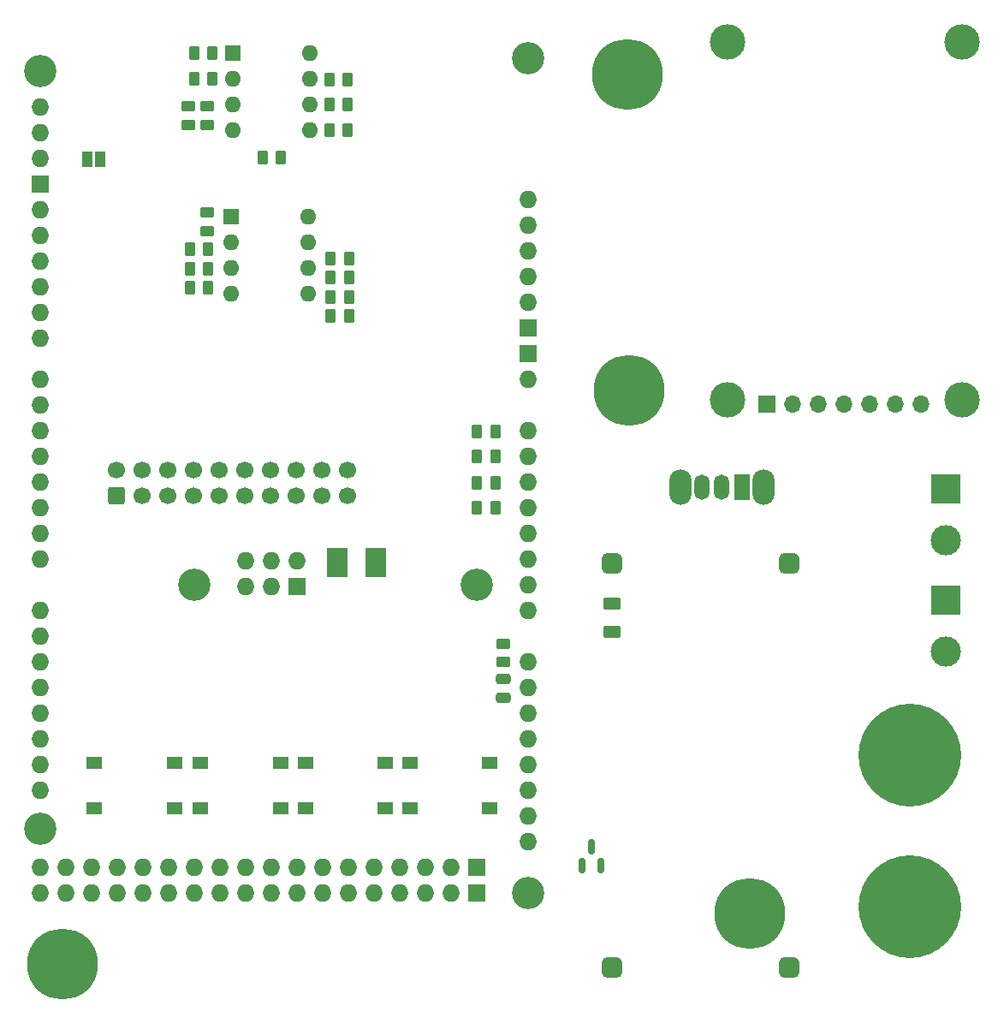
<source format=gts>
G04 #@! TF.GenerationSoftware,KiCad,Pcbnew,(7.0.0)*
G04 #@! TF.CreationDate,2023-05-12T10:49:53+02:00*
G04 #@! TF.ProjectId,BMS_Project,424d535f-5072-46f6-9a65-63742e6b6963,rev?*
G04 #@! TF.SameCoordinates,Original*
G04 #@! TF.FileFunction,Soldermask,Top*
G04 #@! TF.FilePolarity,Negative*
%FSLAX46Y46*%
G04 Gerber Fmt 4.6, Leading zero omitted, Abs format (unit mm)*
G04 Created by KiCad (PCBNEW (7.0.0)) date 2023-05-12 10:49:53*
%MOMM*%
%LPD*%
G01*
G04 APERTURE LIST*
G04 Aperture macros list*
%AMRoundRect*
0 Rectangle with rounded corners*
0 $1 Rounding radius*
0 $2 $3 $4 $5 $6 $7 $8 $9 X,Y pos of 4 corners*
0 Add a 4 corners polygon primitive as box body*
4,1,4,$2,$3,$4,$5,$6,$7,$8,$9,$2,$3,0*
0 Add four circle primitives for the rounded corners*
1,1,$1+$1,$2,$3*
1,1,$1+$1,$4,$5*
1,1,$1+$1,$6,$7*
1,1,$1+$1,$8,$9*
0 Add four rect primitives between the rounded corners*
20,1,$1+$1,$2,$3,$4,$5,0*
20,1,$1+$1,$4,$5,$6,$7,0*
20,1,$1+$1,$6,$7,$8,$9,0*
20,1,$1+$1,$8,$9,$2,$3,0*%
G04 Aperture macros list end*
%ADD10RoundRect,0.250000X-0.262500X-0.450000X0.262500X-0.450000X0.262500X0.450000X-0.262500X0.450000X0*%
%ADD11RoundRect,0.250000X0.262500X0.450000X-0.262500X0.450000X-0.262500X-0.450000X0.262500X-0.450000X0*%
%ADD12C,10.160000*%
%ADD13R,1.550000X1.300000*%
%ADD14C,7.000000*%
%ADD15R,3.000000X3.000000*%
%ADD16C,3.000000*%
%ADD17R,2.000000X3.000000*%
%ADD18RoundRect,0.500000X0.500000X-0.500000X0.500000X0.500000X-0.500000X0.500000X-0.500000X-0.500000X0*%
%ADD19RoundRect,0.250000X0.450000X-0.262500X0.450000X0.262500X-0.450000X0.262500X-0.450000X-0.262500X0*%
%ADD20RoundRect,0.250000X-0.450000X0.262500X-0.450000X-0.262500X0.450000X-0.262500X0.450000X0.262500X0*%
%ADD21R,1.000000X1.500000*%
%ADD22RoundRect,0.150000X0.150000X-0.587500X0.150000X0.587500X-0.150000X0.587500X-0.150000X-0.587500X0*%
%ADD23RoundRect,0.250000X-0.625000X0.375000X-0.625000X-0.375000X0.625000X-0.375000X0.625000X0.375000X0*%
%ADD24RoundRect,0.250000X0.600000X-0.600000X0.600000X0.600000X-0.600000X0.600000X-0.600000X-0.600000X0*%
%ADD25C,1.700000*%
%ADD26R,1.600000X1.600000*%
%ADD27O,1.600000X1.600000*%
%ADD28RoundRect,0.250000X-0.475000X0.250000X-0.475000X-0.250000X0.475000X-0.250000X0.475000X0.250000X0*%
%ADD29C,3.500000*%
%ADD30R,1.700000X1.700000*%
%ADD31O,1.700000X1.700000*%
%ADD32O,2.200000X3.500000*%
%ADD33R,1.500000X2.500000*%
%ADD34O,1.500000X2.500000*%
%ADD35C,3.200000*%
%ADD36O,1.727200X1.727200*%
%ADD37R,1.727200X1.727200*%
G04 APERTURE END LIST*
D10*
X132587500Y-44200000D03*
X134412500Y-44200000D03*
D11*
X134412500Y-46700000D03*
X132587500Y-46700000D03*
D12*
X190000000Y-111000000D03*
D10*
X132687500Y-65700000D03*
X134512500Y-65700000D03*
D13*
X148474999Y-116249999D03*
X140524999Y-116249999D03*
X148474999Y-111749999D03*
X140524999Y-111749999D03*
X117244999Y-116299999D03*
X109294999Y-116299999D03*
X117244999Y-111799999D03*
X109294999Y-111799999D03*
D14*
X162100000Y-43700000D03*
D11*
X134512500Y-63800000D03*
X132687500Y-63800000D03*
D15*
X193599999Y-84659999D03*
D16*
X193600000Y-89740000D03*
D10*
X119187500Y-44100000D03*
X121012500Y-44100000D03*
D13*
X138144999Y-116274999D03*
X130194999Y-116274999D03*
X138144999Y-111774999D03*
X130194999Y-111774999D03*
D17*
X137199999Y-91999999D03*
D18*
X160550000Y-132050000D03*
X178050000Y-132050000D03*
X160550000Y-92050000D03*
X178050000Y-92050000D03*
D11*
X134512500Y-61900000D03*
X132687500Y-61900000D03*
D10*
X147175000Y-79000000D03*
X149000000Y-79000000D03*
D13*
X127734999Y-116274999D03*
X119784999Y-116274999D03*
X127734999Y-111774999D03*
X119784999Y-111774999D03*
D10*
X147187500Y-84100000D03*
X149012500Y-84100000D03*
D15*
X193599999Y-95659999D03*
D16*
X193600000Y-100740000D03*
D11*
X120612500Y-62900000D03*
X118787500Y-62900000D03*
D14*
X174200000Y-126700000D03*
D10*
X147175000Y-86600000D03*
X149000000Y-86600000D03*
D19*
X149800000Y-101812500D03*
X149800000Y-99987500D03*
D20*
X120500000Y-46887500D03*
X120500000Y-48712500D03*
D14*
X106200000Y-131700000D03*
D10*
X118787500Y-64800000D03*
X120612500Y-64800000D03*
D11*
X121012500Y-41600000D03*
X119187500Y-41600000D03*
X134512500Y-67600000D03*
X132687500Y-67600000D03*
D14*
X162200000Y-75000000D03*
D20*
X120500000Y-57387500D03*
X120500000Y-59212500D03*
D21*
X109899999Y-52099999D03*
X108599999Y-52099999D03*
D17*
X133399999Y-91999999D03*
D22*
X157550000Y-121937500D03*
X159450000Y-121937500D03*
X158500000Y-120062500D03*
D23*
X160500000Y-96000000D03*
X160500000Y-98800000D03*
D24*
X111540000Y-85340000D03*
D25*
X111540000Y-82800000D03*
X114080000Y-85340000D03*
X114080000Y-82800000D03*
X116620000Y-85340000D03*
X116620000Y-82800000D03*
X119160000Y-85340000D03*
X119160000Y-82800000D03*
X121700000Y-85340000D03*
X121700000Y-82800000D03*
X124240000Y-85340000D03*
X124240000Y-82800000D03*
X126780000Y-85340000D03*
X126780000Y-82800000D03*
X129320000Y-85340000D03*
X129320000Y-82800000D03*
X131860000Y-85340000D03*
X131860000Y-82800000D03*
X134400000Y-85340000D03*
X134400000Y-82800000D03*
D12*
X190000000Y-126000000D03*
D26*
X122999999Y-41599999D03*
D27*
X122999999Y-44139999D03*
X122999999Y-46679999D03*
X122999999Y-49219999D03*
X130619999Y-49219999D03*
X130619999Y-46679999D03*
X130619999Y-44139999D03*
X130619999Y-41599999D03*
D26*
X122899999Y-57799999D03*
D27*
X122899999Y-60339999D03*
X122899999Y-62879999D03*
X122899999Y-65419999D03*
X130519999Y-65419999D03*
X130519999Y-62879999D03*
X130519999Y-60339999D03*
X130519999Y-57799999D03*
D11*
X127812500Y-51900000D03*
X125987500Y-51900000D03*
D10*
X118787500Y-61000000D03*
X120612500Y-61000000D03*
D28*
X149800000Y-103450000D03*
X149800000Y-105350000D03*
D10*
X147175000Y-81500000D03*
X149000000Y-81500000D03*
D29*
X171950000Y-75850000D03*
X195200000Y-75850000D03*
X171950000Y-40500000D03*
X195200000Y-40500000D03*
D30*
X175869999Y-76349999D03*
D31*
X178409999Y-76349999D03*
X180949999Y-76349999D03*
X183489999Y-76349999D03*
X186029999Y-76349999D03*
X188569999Y-76349999D03*
X191109999Y-76349999D03*
D32*
X175499999Y-84499999D03*
X167299999Y-84499999D03*
D33*
X173399999Y-84499999D03*
D34*
X171399999Y-84499999D03*
X169399999Y-84499999D03*
D11*
X134412500Y-49200000D03*
X132587500Y-49200000D03*
D19*
X118600000Y-48712500D03*
X118600000Y-46887500D03*
D35*
X152230000Y-42140000D03*
X103970000Y-43410000D03*
D36*
X152229999Y-56109999D03*
D35*
X147150000Y-94210000D03*
X119210000Y-94210000D03*
X103970000Y-118340000D03*
X152230000Y-124690000D03*
D36*
X152229999Y-63729999D03*
X152229999Y-66269999D03*
X124289999Y-94336999D03*
X103969999Y-122149999D03*
X103969999Y-124689999D03*
X152229999Y-78969999D03*
X152229999Y-81509999D03*
X152229999Y-84049999D03*
X152229999Y-86589999D03*
X152229999Y-89129999D03*
X152229999Y-91669999D03*
X152229999Y-94209999D03*
X152229999Y-96749999D03*
X152229999Y-101829999D03*
X152229999Y-104369999D03*
X152229999Y-106909999D03*
X152229999Y-109449999D03*
X152229999Y-111989999D03*
X152229999Y-114529999D03*
X152229999Y-117069999D03*
X152229999Y-119609999D03*
X103969999Y-52045999D03*
X103969999Y-91669999D03*
X103969999Y-89129999D03*
X103969999Y-86589999D03*
X103969999Y-84049999D03*
X103969999Y-81509999D03*
X103969999Y-78969999D03*
X103969999Y-76429999D03*
X103969999Y-73889999D03*
X103969999Y-69825999D03*
X103969999Y-67285999D03*
X103969999Y-64745999D03*
X103969999Y-62205999D03*
X103969999Y-59665999D03*
X103969999Y-57125999D03*
X103969999Y-96749999D03*
X103969999Y-99289999D03*
X103969999Y-101829999D03*
X103969999Y-104369999D03*
X103969999Y-106909999D03*
X103969999Y-109449999D03*
X103969999Y-111989999D03*
X103969999Y-114529999D03*
X106509999Y-122149999D03*
X106509999Y-124689999D03*
X109049999Y-122149999D03*
X109049999Y-124689999D03*
X111589999Y-122149999D03*
X111589999Y-124689999D03*
X114129999Y-122149999D03*
X114129999Y-124689999D03*
X116669999Y-122149999D03*
X116669999Y-124689999D03*
X119209999Y-122149999D03*
X119209999Y-124689999D03*
X121749999Y-122149999D03*
X121749999Y-124689999D03*
X124289999Y-122149999D03*
X124289999Y-124689999D03*
X126829999Y-122149999D03*
X126829999Y-124689999D03*
X129369999Y-122149999D03*
X129369999Y-124689999D03*
X131909999Y-122149999D03*
X131909999Y-124689999D03*
X134449999Y-122149999D03*
X134449999Y-124689999D03*
X136989999Y-122149999D03*
X136989999Y-124689999D03*
X139529999Y-122149999D03*
X139529999Y-124689999D03*
X142069999Y-122149999D03*
X142069999Y-124689999D03*
X144609999Y-122149999D03*
X144609999Y-124689999D03*
D37*
X103969999Y-54585999D03*
X152229999Y-68809999D03*
X152229999Y-71349999D03*
X129369999Y-94336999D03*
X147149999Y-122149999D03*
X147149999Y-124689999D03*
D36*
X152229999Y-58649999D03*
X124289999Y-91796999D03*
X126829999Y-94336999D03*
X152229999Y-61189999D03*
X129369999Y-91796999D03*
X126829999Y-91796999D03*
X103969999Y-46965999D03*
X103969999Y-49505999D03*
X152229999Y-73889999D03*
M02*

</source>
